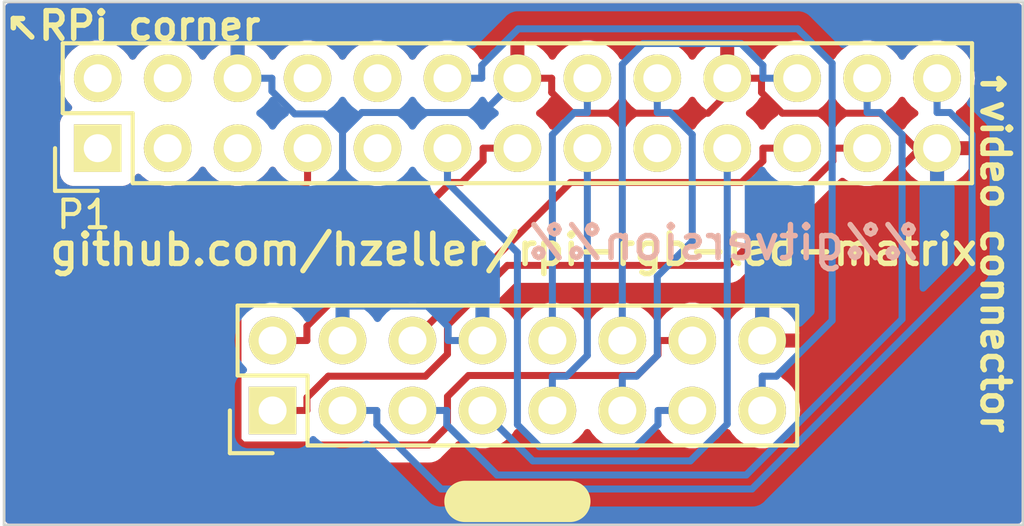
<source format=kicad_pcb>
(kicad_pcb (version 20221018) (generator pcbnew)
  (layers (0 "F.Cu" signal) (31 "B.Cu" signal) (34 "B.Paste" user) (35 "F.Paste" user) (36 "B.SilkS" user "B.Silkscreen") (37 "F.SilkS" user "F.Silkscreen") (38 "B.Mask" user) (39 "F.Mask" user) (44 "Edge.Cuts" user))
  (net 0 "")
  (net 1 "GND")
  (net 2 "strobe")
  (net 3 "p0_r1")
  (net 4 "p0_g1")
  (net 5 "OE")
  (net 6 "p0_b1")
  (net 7 "p0_r2")
  (net 8 "p0_g2")
  (net 9 "row_D")
  (net 10 "row_C")
  (net 11 "p0_b2")
  (net 12 "clock")
  (net 13 "row_B")
  (net 14 "row_A")
  (footprint "Pin_Headers:Pin_Header_Straight_2x08" (layer "F.Cu") (at 95.25 53.34 90)
    (fp_text reference "Panel-1" hide)
    (fp_text value "CONN_02X08" hide)
    (fp_line (start -1.55 -1.55) (end -1.55 0) (stroke (width 0.15)) (layer "F.SilkS"))
    (fp_line (start -1.27 1.27) (end -1.27 19.05) (stroke (width 0.15)) (layer "F.SilkS"))
    (fp_line (start 0 -1.55) (end -1.55 -1.55) (stroke (width 0.15)) (layer "F.SilkS"))
    (fp_line (start 1.27 -1.27) (end 1.27 1.27) (stroke (width 0.15)) (layer "F.SilkS"))
    (fp_line (start 1.27 1.27) (end -1.27 1.27) (stroke (width 0.15)) (layer "F.SilkS"))
    (fp_line (start 3.81 -1.27) (end 1.27 -1.27) (stroke (width 0.15)) (layer "F.SilkS"))
    (fp_line (start 3.81 19.05) (end -1.27 19.05) (stroke (width 0.15)) (layer "F.SilkS"))
    (fp_line (start 3.81 19.05) (end 3.81 -1.27) (stroke (width 0.15)) (layer "F.SilkS"))
    (pad "1" thru_hole rect (at 0 0 90) (size 1.7272 1.7272) (drill 1.016) (layers "*.Cu" "*.Mask" "F.SilkS") (net 3 "p0_r1"))
    (pad "2" thru_hole oval (at 2.54 0 90) (size 1.7272 1.7272) (drill 1.016) (layers "*.Cu" "*.Mask" "F.SilkS") (net 4 "p0_g1"))
    (pad "3" thru_hole oval (at 0 2.54 90) (size 1.7272 1.7272) (drill 1.016) (layers "*.Cu" "*.Mask" "F.SilkS") (net 6 "p0_b1"))
    (pad "4" thru_hole oval (at 2.54 2.54 90) (size 1.7272 1.7272) (drill 1.016) (layers "*.Cu" "*.Mask" "F.SilkS") (net 1 "GND"))
    (pad "5" thru_hole oval (at 0 5.08 90) (size 1.7272 1.7272) (drill 1.016) (layers "*.Cu" "*.Mask" "F.SilkS") (net 7 "p0_r2"))
    (pad "6" thru_hole oval (at 2.54 5.08 90) (size 1.7272 1.7272) (drill 1.016) (layers "*.Cu" "*.Mask" "F.SilkS") (net 8 "p0_g2"))
    (pad "7" thru_hole oval (at 0 7.62 90) (size 1.7272 1.7272) (drill 1.016) (layers "*.Cu" "*.Mask" "F.SilkS") (net 11 "p0_b2"))
    (pad "8" thru_hole oval (at 2.54 7.62 90) (size 1.7272 1.7272) (drill 1.016) (layers "*.Cu" "*.Mask" "F.SilkS") (net 1 "GND"))
    (pad "9" thru_hole oval (at 0 10.16 90) (size 1.7272 1.7272) (drill 1.016) (layers "*.Cu" "*.Mask" "F.SilkS") (net 14 "row_A"))
    (pad "10" thru_hole oval (at 2.54 10.16 90) (size 1.7272 1.7272) (drill 1.016) (layers "*.Cu" "*.Mask" "F.SilkS") (net 13 "row_B"))
    (pad "11" thru_hole oval (at 0 12.7 90) (size 1.7272 1.7272) (drill 1.016) (layers "*.Cu" "*.Mask" "F.SilkS") (net 10 "row_C"))
    (pad "12" thru_hole oval (at 2.54 12.7 90) (size 1.7272 1.7272) (drill 1.016) (layers "*.Cu" "*.Mask" "F.SilkS") (net 9 "row_D"))
    (pad "13" thru_hole oval (at 0 15.24 90) (size 1.7272 1.7272) (drill 1.016) (layers "*.Cu" "*.Mask" "F.SilkS") (net 12 "clock"))
    (pad "14" thru_hole oval (at 2.54 15.24 90) (size 1.7272 1.7272) (drill 1.016) (layers "*.Cu" "*.Mask" "F.SilkS") (net 2 "strobe"))
    (pad "15" thru_hole oval (at 0 17.78 90) (size 1.7272 1.7272) (drill 1.016) (layers "*.Cu" "*.Mask" "F.SilkS") (net 5 "OE"))
    (pad "16" thru_hole oval (at 2.54 17.78 90) (size 1.7272 1.7272) (drill 1.016) (layers "*.Cu" "*.Mask" "F.SilkS") (net 1 "GND"))
  )
  (footprint "Pin_Headers:Pin_Header_Straight_2x13" (layer "F.Cu") (at 88.9 43.815 90)
    (fp_text reference "P1" (at -2.413 -0.508 180) (layer "F.SilkS"))
    (fp_text value "RPi-Header" hide)
    (fp_line (start -1.55 -1.55) (end -1.55 0) (stroke (width 0.15)) (layer "F.SilkS"))
    (fp_line (start -1.27 1.27) (end -1.27 31.75) (stroke (width 0.15)) (layer "F.SilkS"))
    (fp_line (start 0 -1.55) (end -1.55 -1.55) (stroke (width 0.15)) (layer "F.SilkS"))
    (fp_line (start 1.27 -1.27) (end 1.27 1.27) (stroke (width 0.15)) (layer "F.SilkS"))
    (fp_line (start 1.27 1.27) (end -1.27 1.27) (stroke (width 0.15)) (layer "F.SilkS"))
    (fp_line (start 3.81 -1.27) (end 1.27 -1.27) (stroke (width 0.15)) (layer "F.SilkS"))
    (fp_line (start 3.81 -1.27) (end 3.81 31.75) (stroke (width 0.15)) (layer "F.SilkS"))
    (fp_line (start 3.81 31.75) (end -1.27 31.75) (stroke (width 0.15)) (layer "F.SilkS"))
    (pad "1" thru_hole rect (at 0 0 90) (size 1.7272 1.7272) (drill 1.016) (layers "*.Cu" "*.Mask" "F.SilkS"))
    (pad "2" thru_hole oval (at 2.54 0 90) (size 1.7272 1.7272) (drill 1.016) (layers "*.Cu" "*.Mask" "F.SilkS"))
    (pad "3" thru_hole oval (at 0 2.54 90) (size 1.7272 1.7272) (drill 1.016) (layers "*.Cu" "*.Mask" "F.SilkS"))
    (pad "4" thru_hole oval (at 2.54 2.54 90) (size 1.7272 1.7272) (drill 1.016) (layers "*.Cu" "*.Mask" "F.SilkS"))
    (pad "5" thru_hole oval (at 0 5.08 90) (size 1.7272 1.7272) (drill 1.016) (layers "*.Cu" "*.Mask" "F.SilkS"))
    (pad "6" thru_hole oval (at 2.54 5.08 90) (size 1.7272 1.7272) (drill 1.016) (layers "*.Cu" "*.Mask" "F.SilkS") (net 1 "GND"))
    (pad "7" thru_hole oval (at 0 7.62 90) (size 1.7272 1.7272) (drill 1.016) (layers "*.Cu" "*.Mask" "F.SilkS") (net 2 "strobe"))
    (pad "8" thru_hole oval (at 2.54 7.62 90) (size 1.7272 1.7272) (drill 1.016) (layers "*.Cu" "*.Mask" "F.SilkS"))
    (pad "9" thru_hole oval (at 0 10.16 90) (size 1.7272 1.7272) (drill 1.016) (layers "*.Cu" "*.Mask" "F.SilkS"))
    (pad "10" thru_hole oval (at 2.54 10.16 90) (size 1.7272 1.7272) (drill 1.016) (layers "*.Cu" "*.Mask" "F.SilkS"))
    (pad "11" thru_hole oval (at 0 12.7 90) (size 1.7272 1.7272) (drill 1.016) (layers "*.Cu" "*.Mask" "F.SilkS") (net 12 "clock"))
    (pad "12" thru_hole oval (at 2.54 12.7 90) (size 1.7272 1.7272) (drill 1.016) (layers "*.Cu" "*.Mask" "F.SilkS") (net 5 "OE"))
    (pad "13" thru_hole oval (at 0 15.24 90) (size 1.7272 1.7272) (drill 1.016) (layers "*.Cu" "*.Mask" "F.SilkS") (net 4 "p0_g1"))
    (pad "14" thru_hole oval (at 2.54 15.24 90) (size 1.7272 1.7272) (drill 1.016) (layers "*.Cu" "*.Mask" "F.SilkS") (net 1 "GND"))
    (pad "15" thru_hole oval (at 0 17.78 90) (size 1.7272 1.7272) (drill 1.016) (layers "*.Cu" "*.Mask" "F.SilkS") (net 14 "row_A"))
    (pad "16" thru_hole oval (at 2.54 17.78 90) (size 1.7272 1.7272) (drill 1.016) (layers "*.Cu" "*.Mask" "F.SilkS") (net 13 "row_B"))
    (pad "17" thru_hole oval (at 0 20.32 90) (size 1.7272 1.7272) (drill 1.016) (layers "*.Cu" "*.Mask" "F.SilkS"))
    (pad "18" thru_hole oval (at 2.54 20.32 90) (size 1.7272 1.7272) (drill 1.016) (layers "*.Cu" "*.Mask" "F.SilkS") (net 10 "row_C"))
    (pad "19" thru_hole oval (at 0 22.86 90) (size 1.7272 1.7272) (drill 1.016) (layers "*.Cu" "*.Mask" "F.SilkS") (net 11 "p0_b2"))
    (pad "20" thru_hole oval (at 2.54 22.86 90) (size 1.7272 1.7272) (drill 1.016) (layers "*.Cu" "*.Mask" "F.SilkS") (net 1 "GND"))
    (pad "21" thru_hole oval (at 0 25.4 90) (size 1.7272 1.7272) (drill 1.016) (layers "*.Cu" "*.Mask" "F.SilkS") (net 8 "p0_g2"))
    (pad "22" thru_hole oval (at 2.54 25.4 90) (size 1.7272 1.7272) (drill 1.016) (layers "*.Cu" "*.Mask" "F.SilkS") (net 9 "row_D"))
    (pad "23" thru_hole oval (at 0 27.94 90) (size 1.7272 1.7272) (drill 1.016) (layers "*.Cu" "*.Mask" "F.SilkS") (net 3 "p0_r1"))
    (pad "24" thru_hole oval (at 2.54 27.94 90) (size 1.7272 1.7272) (drill 1.016) (layers "*.Cu" "*.Mask" "F.SilkS") (net 7 "p0_r2"))
    (pad "25" thru_hole oval (at 0 30.48 90) (size 1.7272 1.7272) (drill 1.016) (layers "*.Cu" "*.Mask" "F.SilkS") (net 1 "GND"))
    (pad "26" thru_hole oval (at 2.54 30.48 90) (size 1.7272 1.7272) (drill 1.016) (layers "*.Cu" "*.Mask" "F.SilkS") (net 6 "p0_b1"))
  )
  (gr_line (start 102.235 56.642) (end 106.045 56.642) (stroke (width 1.5)) (layer "F.SilkS"))
  (gr_line (start 122.5 38.5) (end 122.5 57.5) (stroke (width 0.1)) (layer "Edge.Cuts"))
  (gr_line (start 122.5 57.5) (end 85.5 57.5) (stroke (width 0.1)) (layer "Edge.Cuts"))
  (gr_line (start 85.5 57.5) (end 85.5 38.5) (stroke (width 0.1)) (layer "Edge.Cuts"))
  (gr_line (start 85.5 38.5) (end 122.5 38.5) (stroke (width 0.1)) (layer "Edge.Cuts"))
  (gr_text "%%gitversion%%" (at 118.872 47.244) (layer "B.SilkS") (effects (font (size 1.2 1.2) (thickness 0.2)) (justify left mirror)))
  (gr_text "↑video connector" (at 121.5 47.5 270) (layer "F.SilkS") (effects (font (size 1 1) (thickness 0.2))))
  (gr_text "↖RPi corner" (at 90.17 39.37) (layer "F.SilkS") (effects (font (size 1 1) (thickness 0.2))))
  (gr_text "github.com/hzeller/rpi-rgb-led-matrix" (at 104 47.5) (layer "F.SilkS") (effects (font (size 1.1 1.1) (thickness 0.2))))
  (segment (start 118.8105 43.815) (end 118.7258 43.8997) (width 0.254) (layer "F.Cu") (net 1))
  (segment (start 118.7258 43.8997) (end 118.6854 43.8997) (width 0.254) (layer "F.Cu") (net 1))
  (segment (start 117.3307 42.545) (end 113.7591 42.545) (width 0.254) (layer "F.Cu") (net 1))
  (segment (start 113.03 50.8) (end 113.03 49.5551) (width 0.254) (layer "F.Cu") (net 1))
  (segment (start 112.3295 41.275) (end 113.0049 41.275) (width 0.254) (layer "F.Cu") (net 1))
  (segment (start 106.1391 42.545) (end 105.3849 41.7908) (width 0.254) (layer "F.Cu") (net 1))
  (segment (start 113.03 49.5551) (end 118.6854 43.8997) (width 0.254) (layer "F.Cu") (net 1))
  (segment (start 119.38 43.815) (end 118.8105 43.815) (width 0.254) (layer "F.Cu") (net 1))
  (segment (start 105.3849 41.7908) (end 105.3849 41.275) (width 0.254) (layer "F.Cu") (net 1))
  (segment (start 118.6854 43.8997) (end 117.3307 42.545) (width 0.254) (layer "F.Cu") (net 1))
  (segment (start 111.76 41.275) (end 112.3295 41.275) (width 0.254) (layer "F.Cu") (net 1))
  (segment (start 113.0049 41.7908) (end 113.0049 41.275) (width 0.254) (layer "F.Cu") (net 1))
  (segment (start 111.0595 42.545) (end 106.1391 42.545) (width 0.254) (layer "F.Cu") (net 1))
  (segment (start 113.7591 42.545) (end 113.0049 41.7908) (width 0.254) (layer "F.Cu") (net 1))
  (segment (start 112.3295 41.275) (end 111.0595 42.545) (width 0.254) (layer "F.Cu") (net 1))
  (segment (start 104.14 41.275) (end 105.3849 41.275) (width 0.254) (layer "F.Cu") (net 1))
  (segment (start 95.2249 41.275) (end 95.2249 41.7419) (width 0.254) (layer "B.Cu") (net 1))
  (segment (start 102.895 42.52) (end 98.4914 42.52) (width 0.254) (layer "B.Cu") (net 1))
  (segment (start 101.6251 50.3045) (end 101.6251 50.8) (width 0.254) (layer "B.Cu") (net 1))
  (segment (start 102.87 50.8) (end 101.6251 50.8) (width 0.254) (layer "B.Cu") (net 1))
  (segment (start 97.79 43.2214) (end 97.79 49.5492) (width 0.254) (layer "B.Cu") (net 1))
  (segment (start 93.98 41.275) (end 95.2249 41.275) (width 0.254) (layer "B.Cu") (net 1))
  (segment (start 97.79 49.5492) (end 100.8698 49.5492) (width 0.254) (layer "B.Cu") (net 1))
  (segment (start 97.79 49.5492) (end 97.79 50.8) (width 0.254) (layer "B.Cu") (net 1))
  (segment (start 98.4914 42.52) (end 97.79 43.2214) (width 0.254) (layer "B.Cu") (net 1))
  (segment (start 100.8698 49.5492) (end 101.6251 50.3045) (width 0.254) (layer "B.Cu") (net 1))
  (segment (start 96.0531 42.5701) (end 97.1387 42.5701) (width 0.254) (layer "B.Cu") (net 1))
  (segment (start 97.1387 42.5701) (end 97.79 43.2214) (width 0.254) (layer "B.Cu") (net 1))
  (segment (start 95.2249 41.7419) (end 96.0531 42.5701) (width 0.254) (layer "B.Cu") (net 1))
  (segment (start 104.14 41.275) (end 102.895 42.52) (width 0.254) (layer "B.Cu") (net 1))
  (segment (start 101.6 52.835) (end 102.365 52.07) (width 0.254) (layer "F.Cu") (net 2))
  (segment (start 109.2451 51.3158) (end 109.2451 50.8) (width 0.254) (layer "F.Cu") (net 2))
  (segment (start 110.49 50.8) (end 109.2451 50.8) (width 0.254) (layer "F.Cu") (net 2))
  (segment (start 93.9931 54.4202) (end 94.1662 54.5933) (width 0.254) (layer "F.Cu") (net 2))
  (segment (start 96.52 45.0599) (end 93.9931 47.5868) (width 0.254) (layer "F.Cu") (net 2))
  (segment (start 108.4909 52.07) (end 109.2451 51.3158) (width 0.254) (layer "F.Cu") (net 2))
  (segment (start 100.9179 54.5933) (end 101.6 53.9112) (width 0.254) (layer "F.Cu") (net 2))
  (segment (start 102.365 52.07) (end 108.4909 52.07) (width 0.254) (layer "F.Cu") (net 2))
  (segment (start 101.6 53.9112) (end 101.6 52.835) (width 0.254) (layer "F.Cu") (net 2))
  (segment (start 96.52 43.815) (end 96.52 45.0599) (width 0.254) (layer "F.Cu") (net 2))
  (segment (start 94.1662 54.5933) (end 100.9179 54.5933) (width 0.254) (layer "F.Cu") (net 2))
  (segment (start 93.9931 47.5868) (end 93.9931 54.4202) (width 0.254) (layer "F.Cu") (net 2))
  (segment (start 97.2729 52.0951) (end 96.4949 52.8731) (width 0.254) (layer "F.Cu") (net 3))
  (segment (start 115.5951 44.2818) (end 111.8058 48.0711) (width 0.254) (layer "F.Cu") (net 3))
  (segment (start 100.7999 52.0951) (end 97.2729 52.0951) (width 0.254) (layer "F.Cu") (net 3))
  (segment (start 115.5951 43.815) (end 115.5951 44.2818) (width 0.254) (layer "F.Cu") (net 3))
  (segment (start 101.6 51.295) (end 100.7999 52.0951) (width 0.254) (layer "F.Cu") (net 3))
  (segment (start 103.7779 48.0711) (end 101.6 50.249) (width 0.254) (layer "F.Cu") (net 3))
  (segment (start 95.25 53.34) (end 96.4949 53.34) (width 0.254) (layer "F.Cu") (net 3))
  (segment (start 101.6 50.249) (end 101.6 51.295) (width 0.254) (layer "F.Cu") (net 3))
  (segment (start 96.4949 52.8731) (end 96.4949 53.34) (width 0.254) (layer "F.Cu") (net 3))
  (segment (start 111.8058 48.0711) (end 103.7779 48.0711) (width 0.254) (layer "F.Cu") (net 3))
  (segment (start 116.84 43.815) (end 115.5951 43.815) (width 0.254) (layer "F.Cu") (net 3))
  (segment (start 102.8951 43.815) (end 102.8951 44.2819) (width 0.254) (layer "F.Cu") (net 4))
  (segment (start 102.1171 45.0599) (end 101.7192 45.0599) (width 0.254) (layer "F.Cu") (net 4))
  (segment (start 96.4949 50.2842) (end 96.4949 50.8) (width 0.254) (layer "F.Cu") (net 4))
  (segment (start 101.7192 45.0599) (end 96.4949 50.2842) (width 0.254) (layer "F.Cu") (net 4))
  (segment (start 95.25 50.8) (end 96.4949 50.8) (width 0.254) (layer "F.Cu") (net 4))
  (segment (start 102.8951 44.2819) (end 102.1171 45.0599) (width 0.254) (layer "F.Cu") (net 4))
  (segment (start 104.14 43.815) (end 102.8951 43.815) (width 0.254) (layer "F.Cu") (net 4))
  (segment (start 113.03 53.34) (end 113.03 52.0951) (width 0.254) (layer "B.Cu") (net 5))
  (segment (start 104.1729 39.4802) (end 114.3167 39.4802) (width 0.254) (layer "B.Cu") (net 5))
  (segment (start 115.57 50.0709) (end 113.5458 52.0951) (width 0.254) (layer "B.Cu") (net 5))
  (segment (start 102.8449 40.8082) (end 104.1729 39.4802) (width 0.254) (layer "B.Cu") (net 5))
  (segment (start 114.3167 39.4802) (end 115.57 40.7335) (width 0.254) (layer "B.Cu") (net 5))
  (segment (start 101.6 41.275) (end 102.8449 41.275) (width 0.254) (layer "B.Cu") (net 5))
  (segment (start 115.57 40.7335) (end 115.57 50.0709) (width 0.254) (layer "B.Cu") (net 5))
  (segment (start 102.8449 41.275) (end 102.8449 40.8082) (width 0.254) (layer "B.Cu") (net 5))
  (segment (start 113.5458 52.0951) (end 113.03 52.0951) (width 0.254) (layer "B.Cu") (net 5))
  (segment (start 119.38 42.5199) (end 119.8468 42.5199) (width 0.254) (layer "B.Cu") (net 6))
  (segment (start 99.0349 53.8558) (end 99.0349 53.34) (width 0.254) (layer "B.Cu") (net 6))
  (segment (start 120.6524 43.3255) (end 120.6524 48.1982) (width 0.254) (layer "B.Cu") (net 6))
  (segment (start 101.371 56.1919) (end 99.0349 53.8558) (width 0.254) (layer "B.Cu") (net 6))
  (segment (start 119.8468 42.5199) (end 120.6524 43.3255) (width 0.254) (layer "B.Cu") (net 6))
  (segment (start 97.79 53.34) (end 99.0349 53.34) (width 0.254) (layer "B.Cu") (net 6))
  (segment (start 120.6524 48.1982) (end 112.6587 56.1919) (width 0.254) (layer "B.Cu") (net 6))
  (segment (start 112.6587 56.1919) (end 101.371 56.1919) (width 0.254) (layer "B.Cu") (net 6))
  (segment (start 119.38 41.275) (end 119.38 42.5199) (width 0.254) (layer "B.Cu") (net 6))
  (segment (start 116.84 41.275) (end 116.84 42.5199) (width 0.254) (layer "B.Cu") (net 7))
  (segment (start 117.3068 42.5199) (end 118.11 43.3231) (width 0.254) (layer "B.Cu") (net 7))
  (segment (start 116.84 42.5199) (end 117.3068 42.5199) (width 0.254) (layer "B.Cu") (net 7))
  (segment (start 118.11 50.0216) (end 112.4481 55.6835) (width 0.254) (layer "B.Cu") (net 7))
  (segment (start 103.4026 55.6835) (end 101.5749 53.8558) (width 0.254) (layer "B.Cu") (net 7))
  (segment (start 118.11 43.3231) (end 118.11 50.0216) (width 0.254) (layer "B.Cu") (net 7))
  (segment (start 101.5749 53.8558) (end 101.5749 53.34) (width 0.254) (layer "B.Cu") (net 7))
  (segment (start 100.33 53.34) (end 101.5749 53.34) (width 0.254) (layer "B.Cu") (net 7))
  (segment (start 112.4481 55.6835) (end 103.4026 55.6835) (width 0.254) (layer "B.Cu") (net 7))
  (segment (start 113.0551 43.815) (end 113.0551 44.2819) (width 0.254) (layer "F.Cu") (net 8))
  (segment (start 112.2771 45.0599) (end 106.0701 45.0599) (width 0.254) (layer "F.Cu") (net 8))
  (segment (start 114.3 43.815) (end 113.0551 43.815) (width 0.254) (layer "F.Cu") (net 8))
  (segment (start 106.0701 45.0599) (end 100.33 50.8) (width 0.254) (layer "F.Cu") (net 8))
  (segment (start 113.0551 44.2819) (end 112.2771 45.0599) (width 0.254) (layer "F.Cu") (net 8))
  (segment (start 112.2605 40.0136) (end 108.7063 40.0136) (width 0.254) (layer "B.Cu") (net 9))
  (segment (start 113.0551 40.8082) (end 112.2605 40.0136) (width 0.254) (layer "B.Cu") (net 9))
  (segment (start 107.95 40.7699) (end 107.95 50.8) (width 0.254) (layer "B.Cu") (net 9))
  (segment (start 113.0551 41.275) (end 113.0551 40.8082) (width 0.254) (layer "B.Cu") (net 9))
  (segment (start 114.3 41.275) (end 113.0551 41.275) (width 0.254) (layer "B.Cu") (net 9))
  (segment (start 108.7063 40.0136) (end 107.95 40.7699) (width 0.254) (layer "B.Cu") (net 9))
  (segment (start 107.95 53.34) (end 107.95 52.0951) (width 0.254) (layer "B.Cu") (net 10))
  (segment (start 110.49 47.1986) (end 109.22 48.4686) (width 0.254) (layer "B.Cu") (net 10))
  (segment (start 109.6868 42.5199) (end 110.49 43.3231) (width 0.254) (layer "B.Cu") (net 10))
  (segment (start 109.22 41.275) (end 109.22 42.5199) (width 0.254) (layer "B.Cu") (net 10))
  (segment (start 108.4658 52.0951) (end 107.95 52.0951) (width 0.254) (layer "B.Cu") (net 10))
  (segment (start 109.22 48.4686) (end 109.22 51.3409) (width 0.254) (layer "B.Cu") (net 10))
  (segment (start 109.22 51.3409) (end 108.4658 52.0951) (width 0.254) (layer "B.Cu") (net 10))
  (segment (start 110.49 43.3231) (end 110.49 47.1986) (width 0.254) (layer "B.Cu") (net 10))
  (segment (start 109.22 42.5199) (end 109.6868 42.5199) (width 0.254) (layer "B.Cu") (net 10))
  (segment (start 104.6995 55.1695) (end 102.87 53.34) (width 0.254) (layer "B.Cu") (net 11))
  (segment (start 111.76 53.8323) (end 110.4228 55.1695) (width 0.254) (layer "B.Cu") (net 11))
  (segment (start 111.76 43.815) (end 111.76 53.8323) (width 0.254) (layer "B.Cu") (net 11))
  (segment (start 110.4228 55.1695) (end 104.6995 55.1695) (width 0.254) (layer "B.Cu") (net 11))
  (segment (start 109.2451 53.8558) (end 109.2451 53.34) (width 0.254) (layer "B.Cu") (net 12))
  (segment (start 101.6 45.0599) (end 104.14 47.5999) (width 0.254) (layer "B.Cu") (net 12))
  (segment (start 104.14 47.5999) (end 104.14 53.8544) (width 0.254) (layer "B.Cu") (net 12))
  (segment (start 110.49 53.34) (end 109.2451 53.34) (width 0.254) (layer "B.Cu") (net 12))
  (segment (start 108.4465 54.6544) (end 109.2451 53.8558) (width 0.254) (layer "B.Cu") (net 12))
  (segment (start 104.14 53.8544) (end 104.94 54.6544) (width 0.254) (layer "B.Cu") (net 12))
  (segment (start 101.6 43.815) (end 101.6 45.0599) (width 0.254) (layer "B.Cu") (net 12))
  (segment (start 104.94 54.6544) (end 108.4465 54.6544) (width 0.254) (layer "B.Cu") (net 12))
  (segment (start 105.41 49.5551) (end 105.41 43.3231) (width 0.254) (layer "B.Cu") (net 13))
  (segment (start 105.41 50.8) (end 105.41 49.5551) (width 0.254) (layer "B.Cu") (net 13))
  (segment (start 105.41 43.3231) (end 106.2132 42.5199) (width 0.254) (layer "B.Cu") (net 13))
  (segment (start 106.2132 42.5199) (end 106.68 42.5199) (width 0.254) (layer "B.Cu") (net 13))
  (segment (start 106.68 41.275) (end 106.68 42.5199) (width 0.254) (layer "B.Cu") (net 13))
  (segment (start 106.68 43.815) (end 106.68 51.3409) (width 0.254) (layer "B.Cu") (net 14))
  (segment (start 106.68 51.3409) (end 105.9258 52.0951) (width 0.254) (layer "B.Cu") (net 14))
  (segment (start 105.41 53.34) (end 105.41 52.0951) (width 0.254) (layer "B.Cu") (net 14))
  (segment (start 105.9258 52.0951) (end 105.41 52.0951) (width 0.254) (layer "B.Cu") (net 14))
  (zone (net 1) (net_name "GND") (layer "F.Cu") (connect_pads (clearance 0.508)) (min_thickness 0.254) (fill yes (thermal_gap 0.508) (thermal_bridge_width 0.508))
    (polygon (pts (xy 122.5 57.5) (xy 85.5 57.5) (xy 85.5 38.5) (xy 122.5 38.5)))
  )
  (zone (net 1) (net_name "GND") (layer "B.Cu") (connect_pads (clearance 0.508)) (min_thickness 0.254) (fill yes (thermal_gap 0.508) (thermal_bridge_width 0.508))
    (polygon (pts (xy 122.5 57.5) (xy 85.5 57.5) (xy 85.5 38.5) (xy 122.5 38.5)))
  )
)
</source>
